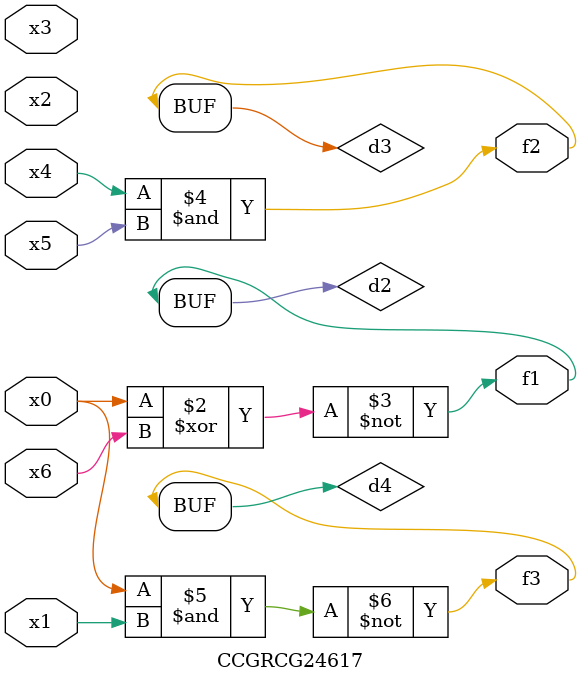
<source format=v>
module CCGRCG24617(
	input x0, x1, x2, x3, x4, x5, x6,
	output f1, f2, f3
);

	wire d1, d2, d3, d4;

	nor (d1, x0);
	xnor (d2, x0, x6);
	and (d3, x4, x5);
	nand (d4, x0, x1);
	assign f1 = d2;
	assign f2 = d3;
	assign f3 = d4;
endmodule

</source>
